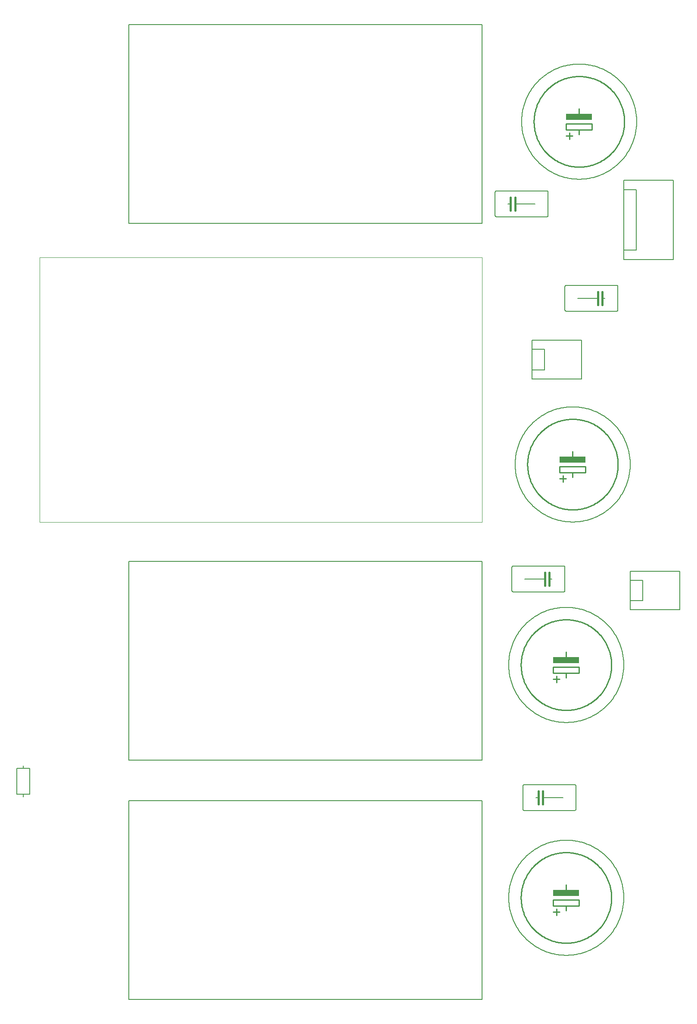
<source format=gto>
G75*
%MOIN*%
%OFA0B0*%
%FSLAX25Y25*%
%IPPOS*%
%LPD*%
%AMOC8*
5,1,8,0,0,1.08239X$1,22.5*
%
%ADD10C,0.01000*%
%ADD11C,0.00600*%
%ADD12R,0.20000X0.05000*%
%ADD13C,0.00500*%
%ADD14C,0.00000*%
%ADD15C,0.01600*%
%ADD16C,0.00800*%
D10*
X0448371Y0092800D02*
X0453371Y0092800D01*
X0450871Y0095300D02*
X0450871Y0090300D01*
X0448371Y0097600D02*
X0448371Y0102100D01*
X0468371Y0102100D01*
X0468371Y0097600D01*
X0458371Y0097600D01*
X0448371Y0097600D01*
X0458371Y0097600D02*
X0458371Y0093800D01*
X0423371Y0103800D02*
X0423382Y0104659D01*
X0423413Y0105517D01*
X0423466Y0106375D01*
X0423540Y0107231D01*
X0423634Y0108084D01*
X0423750Y0108936D01*
X0423886Y0109784D01*
X0424044Y0110628D01*
X0424221Y0111469D01*
X0424420Y0112304D01*
X0424639Y0113135D01*
X0424878Y0113960D01*
X0425138Y0114779D01*
X0425417Y0115591D01*
X0425716Y0116396D01*
X0426035Y0117194D01*
X0426374Y0117983D01*
X0426731Y0118764D01*
X0427108Y0119536D01*
X0427504Y0120299D01*
X0427918Y0121051D01*
X0428350Y0121794D01*
X0428801Y0122525D01*
X0429270Y0123245D01*
X0429756Y0123953D01*
X0430259Y0124649D01*
X0430779Y0125333D01*
X0431316Y0126004D01*
X0431869Y0126661D01*
X0432438Y0127305D01*
X0433022Y0127934D01*
X0433622Y0128549D01*
X0434237Y0129149D01*
X0434866Y0129733D01*
X0435510Y0130302D01*
X0436167Y0130855D01*
X0436838Y0131392D01*
X0437522Y0131912D01*
X0438218Y0132415D01*
X0438926Y0132901D01*
X0439646Y0133370D01*
X0440377Y0133821D01*
X0441120Y0134253D01*
X0441872Y0134667D01*
X0442635Y0135063D01*
X0443407Y0135440D01*
X0444188Y0135797D01*
X0444977Y0136136D01*
X0445775Y0136455D01*
X0446580Y0136754D01*
X0447392Y0137033D01*
X0448211Y0137293D01*
X0449036Y0137532D01*
X0449867Y0137751D01*
X0450702Y0137950D01*
X0451543Y0138127D01*
X0452387Y0138285D01*
X0453235Y0138421D01*
X0454087Y0138537D01*
X0454940Y0138631D01*
X0455796Y0138705D01*
X0456654Y0138758D01*
X0457512Y0138789D01*
X0458371Y0138800D01*
X0459230Y0138789D01*
X0460088Y0138758D01*
X0460946Y0138705D01*
X0461802Y0138631D01*
X0462655Y0138537D01*
X0463507Y0138421D01*
X0464355Y0138285D01*
X0465199Y0138127D01*
X0466040Y0137950D01*
X0466875Y0137751D01*
X0467706Y0137532D01*
X0468531Y0137293D01*
X0469350Y0137033D01*
X0470162Y0136754D01*
X0470967Y0136455D01*
X0471765Y0136136D01*
X0472554Y0135797D01*
X0473335Y0135440D01*
X0474107Y0135063D01*
X0474870Y0134667D01*
X0475622Y0134253D01*
X0476365Y0133821D01*
X0477096Y0133370D01*
X0477816Y0132901D01*
X0478524Y0132415D01*
X0479220Y0131912D01*
X0479904Y0131392D01*
X0480575Y0130855D01*
X0481232Y0130302D01*
X0481876Y0129733D01*
X0482505Y0129149D01*
X0483120Y0128549D01*
X0483720Y0127934D01*
X0484304Y0127305D01*
X0484873Y0126661D01*
X0485426Y0126004D01*
X0485963Y0125333D01*
X0486483Y0124649D01*
X0486986Y0123953D01*
X0487472Y0123245D01*
X0487941Y0122525D01*
X0488392Y0121794D01*
X0488824Y0121051D01*
X0489238Y0120299D01*
X0489634Y0119536D01*
X0490011Y0118764D01*
X0490368Y0117983D01*
X0490707Y0117194D01*
X0491026Y0116396D01*
X0491325Y0115591D01*
X0491604Y0114779D01*
X0491864Y0113960D01*
X0492103Y0113135D01*
X0492322Y0112304D01*
X0492521Y0111469D01*
X0492698Y0110628D01*
X0492856Y0109784D01*
X0492992Y0108936D01*
X0493108Y0108084D01*
X0493202Y0107231D01*
X0493276Y0106375D01*
X0493329Y0105517D01*
X0493360Y0104659D01*
X0493371Y0103800D01*
X0493360Y0102941D01*
X0493329Y0102083D01*
X0493276Y0101225D01*
X0493202Y0100369D01*
X0493108Y0099516D01*
X0492992Y0098664D01*
X0492856Y0097816D01*
X0492698Y0096972D01*
X0492521Y0096131D01*
X0492322Y0095296D01*
X0492103Y0094465D01*
X0491864Y0093640D01*
X0491604Y0092821D01*
X0491325Y0092009D01*
X0491026Y0091204D01*
X0490707Y0090406D01*
X0490368Y0089617D01*
X0490011Y0088836D01*
X0489634Y0088064D01*
X0489238Y0087301D01*
X0488824Y0086549D01*
X0488392Y0085806D01*
X0487941Y0085075D01*
X0487472Y0084355D01*
X0486986Y0083647D01*
X0486483Y0082951D01*
X0485963Y0082267D01*
X0485426Y0081596D01*
X0484873Y0080939D01*
X0484304Y0080295D01*
X0483720Y0079666D01*
X0483120Y0079051D01*
X0482505Y0078451D01*
X0481876Y0077867D01*
X0481232Y0077298D01*
X0480575Y0076745D01*
X0479904Y0076208D01*
X0479220Y0075688D01*
X0478524Y0075185D01*
X0477816Y0074699D01*
X0477096Y0074230D01*
X0476365Y0073779D01*
X0475622Y0073347D01*
X0474870Y0072933D01*
X0474107Y0072537D01*
X0473335Y0072160D01*
X0472554Y0071803D01*
X0471765Y0071464D01*
X0470967Y0071145D01*
X0470162Y0070846D01*
X0469350Y0070567D01*
X0468531Y0070307D01*
X0467706Y0070068D01*
X0466875Y0069849D01*
X0466040Y0069650D01*
X0465199Y0069473D01*
X0464355Y0069315D01*
X0463507Y0069179D01*
X0462655Y0069063D01*
X0461802Y0068969D01*
X0460946Y0068895D01*
X0460088Y0068842D01*
X0459230Y0068811D01*
X0458371Y0068800D01*
X0457512Y0068811D01*
X0456654Y0068842D01*
X0455796Y0068895D01*
X0454940Y0068969D01*
X0454087Y0069063D01*
X0453235Y0069179D01*
X0452387Y0069315D01*
X0451543Y0069473D01*
X0450702Y0069650D01*
X0449867Y0069849D01*
X0449036Y0070068D01*
X0448211Y0070307D01*
X0447392Y0070567D01*
X0446580Y0070846D01*
X0445775Y0071145D01*
X0444977Y0071464D01*
X0444188Y0071803D01*
X0443407Y0072160D01*
X0442635Y0072537D01*
X0441872Y0072933D01*
X0441120Y0073347D01*
X0440377Y0073779D01*
X0439646Y0074230D01*
X0438926Y0074699D01*
X0438218Y0075185D01*
X0437522Y0075688D01*
X0436838Y0076208D01*
X0436167Y0076745D01*
X0435510Y0077298D01*
X0434866Y0077867D01*
X0434237Y0078451D01*
X0433622Y0079051D01*
X0433022Y0079666D01*
X0432438Y0080295D01*
X0431869Y0080939D01*
X0431316Y0081596D01*
X0430779Y0082267D01*
X0430259Y0082951D01*
X0429756Y0083647D01*
X0429270Y0084355D01*
X0428801Y0085075D01*
X0428350Y0085806D01*
X0427918Y0086549D01*
X0427504Y0087301D01*
X0427108Y0088064D01*
X0426731Y0088836D01*
X0426374Y0089617D01*
X0426035Y0090406D01*
X0425716Y0091204D01*
X0425417Y0092009D01*
X0425138Y0092821D01*
X0424878Y0093640D01*
X0424639Y0094465D01*
X0424420Y0095296D01*
X0424221Y0096131D01*
X0424044Y0096972D01*
X0423886Y0097816D01*
X0423750Y0098664D01*
X0423634Y0099516D01*
X0423540Y0100369D01*
X0423466Y0101225D01*
X0423413Y0102083D01*
X0423382Y0102941D01*
X0423371Y0103800D01*
X0458371Y0106300D02*
X0458371Y0113800D01*
X0450871Y0270300D02*
X0450871Y0275300D01*
X0448371Y0277600D02*
X0448371Y0282100D01*
X0468371Y0282100D01*
X0468371Y0277600D01*
X0458371Y0277600D01*
X0448371Y0277600D01*
X0448371Y0272800D02*
X0453371Y0272800D01*
X0458371Y0273800D02*
X0458371Y0277600D01*
X0423371Y0283800D02*
X0423382Y0284659D01*
X0423413Y0285517D01*
X0423466Y0286375D01*
X0423540Y0287231D01*
X0423634Y0288084D01*
X0423750Y0288936D01*
X0423886Y0289784D01*
X0424044Y0290628D01*
X0424221Y0291469D01*
X0424420Y0292304D01*
X0424639Y0293135D01*
X0424878Y0293960D01*
X0425138Y0294779D01*
X0425417Y0295591D01*
X0425716Y0296396D01*
X0426035Y0297194D01*
X0426374Y0297983D01*
X0426731Y0298764D01*
X0427108Y0299536D01*
X0427504Y0300299D01*
X0427918Y0301051D01*
X0428350Y0301794D01*
X0428801Y0302525D01*
X0429270Y0303245D01*
X0429756Y0303953D01*
X0430259Y0304649D01*
X0430779Y0305333D01*
X0431316Y0306004D01*
X0431869Y0306661D01*
X0432438Y0307305D01*
X0433022Y0307934D01*
X0433622Y0308549D01*
X0434237Y0309149D01*
X0434866Y0309733D01*
X0435510Y0310302D01*
X0436167Y0310855D01*
X0436838Y0311392D01*
X0437522Y0311912D01*
X0438218Y0312415D01*
X0438926Y0312901D01*
X0439646Y0313370D01*
X0440377Y0313821D01*
X0441120Y0314253D01*
X0441872Y0314667D01*
X0442635Y0315063D01*
X0443407Y0315440D01*
X0444188Y0315797D01*
X0444977Y0316136D01*
X0445775Y0316455D01*
X0446580Y0316754D01*
X0447392Y0317033D01*
X0448211Y0317293D01*
X0449036Y0317532D01*
X0449867Y0317751D01*
X0450702Y0317950D01*
X0451543Y0318127D01*
X0452387Y0318285D01*
X0453235Y0318421D01*
X0454087Y0318537D01*
X0454940Y0318631D01*
X0455796Y0318705D01*
X0456654Y0318758D01*
X0457512Y0318789D01*
X0458371Y0318800D01*
X0459230Y0318789D01*
X0460088Y0318758D01*
X0460946Y0318705D01*
X0461802Y0318631D01*
X0462655Y0318537D01*
X0463507Y0318421D01*
X0464355Y0318285D01*
X0465199Y0318127D01*
X0466040Y0317950D01*
X0466875Y0317751D01*
X0467706Y0317532D01*
X0468531Y0317293D01*
X0469350Y0317033D01*
X0470162Y0316754D01*
X0470967Y0316455D01*
X0471765Y0316136D01*
X0472554Y0315797D01*
X0473335Y0315440D01*
X0474107Y0315063D01*
X0474870Y0314667D01*
X0475622Y0314253D01*
X0476365Y0313821D01*
X0477096Y0313370D01*
X0477816Y0312901D01*
X0478524Y0312415D01*
X0479220Y0311912D01*
X0479904Y0311392D01*
X0480575Y0310855D01*
X0481232Y0310302D01*
X0481876Y0309733D01*
X0482505Y0309149D01*
X0483120Y0308549D01*
X0483720Y0307934D01*
X0484304Y0307305D01*
X0484873Y0306661D01*
X0485426Y0306004D01*
X0485963Y0305333D01*
X0486483Y0304649D01*
X0486986Y0303953D01*
X0487472Y0303245D01*
X0487941Y0302525D01*
X0488392Y0301794D01*
X0488824Y0301051D01*
X0489238Y0300299D01*
X0489634Y0299536D01*
X0490011Y0298764D01*
X0490368Y0297983D01*
X0490707Y0297194D01*
X0491026Y0296396D01*
X0491325Y0295591D01*
X0491604Y0294779D01*
X0491864Y0293960D01*
X0492103Y0293135D01*
X0492322Y0292304D01*
X0492521Y0291469D01*
X0492698Y0290628D01*
X0492856Y0289784D01*
X0492992Y0288936D01*
X0493108Y0288084D01*
X0493202Y0287231D01*
X0493276Y0286375D01*
X0493329Y0285517D01*
X0493360Y0284659D01*
X0493371Y0283800D01*
X0493360Y0282941D01*
X0493329Y0282083D01*
X0493276Y0281225D01*
X0493202Y0280369D01*
X0493108Y0279516D01*
X0492992Y0278664D01*
X0492856Y0277816D01*
X0492698Y0276972D01*
X0492521Y0276131D01*
X0492322Y0275296D01*
X0492103Y0274465D01*
X0491864Y0273640D01*
X0491604Y0272821D01*
X0491325Y0272009D01*
X0491026Y0271204D01*
X0490707Y0270406D01*
X0490368Y0269617D01*
X0490011Y0268836D01*
X0489634Y0268064D01*
X0489238Y0267301D01*
X0488824Y0266549D01*
X0488392Y0265806D01*
X0487941Y0265075D01*
X0487472Y0264355D01*
X0486986Y0263647D01*
X0486483Y0262951D01*
X0485963Y0262267D01*
X0485426Y0261596D01*
X0484873Y0260939D01*
X0484304Y0260295D01*
X0483720Y0259666D01*
X0483120Y0259051D01*
X0482505Y0258451D01*
X0481876Y0257867D01*
X0481232Y0257298D01*
X0480575Y0256745D01*
X0479904Y0256208D01*
X0479220Y0255688D01*
X0478524Y0255185D01*
X0477816Y0254699D01*
X0477096Y0254230D01*
X0476365Y0253779D01*
X0475622Y0253347D01*
X0474870Y0252933D01*
X0474107Y0252537D01*
X0473335Y0252160D01*
X0472554Y0251803D01*
X0471765Y0251464D01*
X0470967Y0251145D01*
X0470162Y0250846D01*
X0469350Y0250567D01*
X0468531Y0250307D01*
X0467706Y0250068D01*
X0466875Y0249849D01*
X0466040Y0249650D01*
X0465199Y0249473D01*
X0464355Y0249315D01*
X0463507Y0249179D01*
X0462655Y0249063D01*
X0461802Y0248969D01*
X0460946Y0248895D01*
X0460088Y0248842D01*
X0459230Y0248811D01*
X0458371Y0248800D01*
X0457512Y0248811D01*
X0456654Y0248842D01*
X0455796Y0248895D01*
X0454940Y0248969D01*
X0454087Y0249063D01*
X0453235Y0249179D01*
X0452387Y0249315D01*
X0451543Y0249473D01*
X0450702Y0249650D01*
X0449867Y0249849D01*
X0449036Y0250068D01*
X0448211Y0250307D01*
X0447392Y0250567D01*
X0446580Y0250846D01*
X0445775Y0251145D01*
X0444977Y0251464D01*
X0444188Y0251803D01*
X0443407Y0252160D01*
X0442635Y0252537D01*
X0441872Y0252933D01*
X0441120Y0253347D01*
X0440377Y0253779D01*
X0439646Y0254230D01*
X0438926Y0254699D01*
X0438218Y0255185D01*
X0437522Y0255688D01*
X0436838Y0256208D01*
X0436167Y0256745D01*
X0435510Y0257298D01*
X0434866Y0257867D01*
X0434237Y0258451D01*
X0433622Y0259051D01*
X0433022Y0259666D01*
X0432438Y0260295D01*
X0431869Y0260939D01*
X0431316Y0261596D01*
X0430779Y0262267D01*
X0430259Y0262951D01*
X0429756Y0263647D01*
X0429270Y0264355D01*
X0428801Y0265075D01*
X0428350Y0265806D01*
X0427918Y0266549D01*
X0427504Y0267301D01*
X0427108Y0268064D01*
X0426731Y0268836D01*
X0426374Y0269617D01*
X0426035Y0270406D01*
X0425716Y0271204D01*
X0425417Y0272009D01*
X0425138Y0272821D01*
X0424878Y0273640D01*
X0424639Y0274465D01*
X0424420Y0275296D01*
X0424221Y0276131D01*
X0424044Y0276972D01*
X0423886Y0277816D01*
X0423750Y0278664D01*
X0423634Y0279516D01*
X0423540Y0280369D01*
X0423466Y0281225D01*
X0423413Y0282083D01*
X0423382Y0282941D01*
X0423371Y0283800D01*
X0458371Y0286300D02*
X0458371Y0293800D01*
X0455871Y0425300D02*
X0455871Y0430300D01*
X0453371Y0432600D02*
X0453371Y0437100D01*
X0473371Y0437100D01*
X0473371Y0432600D01*
X0463371Y0432600D01*
X0453371Y0432600D01*
X0453371Y0427800D02*
X0458371Y0427800D01*
X0463371Y0428800D02*
X0463371Y0432600D01*
X0428371Y0438800D02*
X0428382Y0439659D01*
X0428413Y0440517D01*
X0428466Y0441375D01*
X0428540Y0442231D01*
X0428634Y0443084D01*
X0428750Y0443936D01*
X0428886Y0444784D01*
X0429044Y0445628D01*
X0429221Y0446469D01*
X0429420Y0447304D01*
X0429639Y0448135D01*
X0429878Y0448960D01*
X0430138Y0449779D01*
X0430417Y0450591D01*
X0430716Y0451396D01*
X0431035Y0452194D01*
X0431374Y0452983D01*
X0431731Y0453764D01*
X0432108Y0454536D01*
X0432504Y0455299D01*
X0432918Y0456051D01*
X0433350Y0456794D01*
X0433801Y0457525D01*
X0434270Y0458245D01*
X0434756Y0458953D01*
X0435259Y0459649D01*
X0435779Y0460333D01*
X0436316Y0461004D01*
X0436869Y0461661D01*
X0437438Y0462305D01*
X0438022Y0462934D01*
X0438622Y0463549D01*
X0439237Y0464149D01*
X0439866Y0464733D01*
X0440510Y0465302D01*
X0441167Y0465855D01*
X0441838Y0466392D01*
X0442522Y0466912D01*
X0443218Y0467415D01*
X0443926Y0467901D01*
X0444646Y0468370D01*
X0445377Y0468821D01*
X0446120Y0469253D01*
X0446872Y0469667D01*
X0447635Y0470063D01*
X0448407Y0470440D01*
X0449188Y0470797D01*
X0449977Y0471136D01*
X0450775Y0471455D01*
X0451580Y0471754D01*
X0452392Y0472033D01*
X0453211Y0472293D01*
X0454036Y0472532D01*
X0454867Y0472751D01*
X0455702Y0472950D01*
X0456543Y0473127D01*
X0457387Y0473285D01*
X0458235Y0473421D01*
X0459087Y0473537D01*
X0459940Y0473631D01*
X0460796Y0473705D01*
X0461654Y0473758D01*
X0462512Y0473789D01*
X0463371Y0473800D01*
X0464230Y0473789D01*
X0465088Y0473758D01*
X0465946Y0473705D01*
X0466802Y0473631D01*
X0467655Y0473537D01*
X0468507Y0473421D01*
X0469355Y0473285D01*
X0470199Y0473127D01*
X0471040Y0472950D01*
X0471875Y0472751D01*
X0472706Y0472532D01*
X0473531Y0472293D01*
X0474350Y0472033D01*
X0475162Y0471754D01*
X0475967Y0471455D01*
X0476765Y0471136D01*
X0477554Y0470797D01*
X0478335Y0470440D01*
X0479107Y0470063D01*
X0479870Y0469667D01*
X0480622Y0469253D01*
X0481365Y0468821D01*
X0482096Y0468370D01*
X0482816Y0467901D01*
X0483524Y0467415D01*
X0484220Y0466912D01*
X0484904Y0466392D01*
X0485575Y0465855D01*
X0486232Y0465302D01*
X0486876Y0464733D01*
X0487505Y0464149D01*
X0488120Y0463549D01*
X0488720Y0462934D01*
X0489304Y0462305D01*
X0489873Y0461661D01*
X0490426Y0461004D01*
X0490963Y0460333D01*
X0491483Y0459649D01*
X0491986Y0458953D01*
X0492472Y0458245D01*
X0492941Y0457525D01*
X0493392Y0456794D01*
X0493824Y0456051D01*
X0494238Y0455299D01*
X0494634Y0454536D01*
X0495011Y0453764D01*
X0495368Y0452983D01*
X0495707Y0452194D01*
X0496026Y0451396D01*
X0496325Y0450591D01*
X0496604Y0449779D01*
X0496864Y0448960D01*
X0497103Y0448135D01*
X0497322Y0447304D01*
X0497521Y0446469D01*
X0497698Y0445628D01*
X0497856Y0444784D01*
X0497992Y0443936D01*
X0498108Y0443084D01*
X0498202Y0442231D01*
X0498276Y0441375D01*
X0498329Y0440517D01*
X0498360Y0439659D01*
X0498371Y0438800D01*
X0498360Y0437941D01*
X0498329Y0437083D01*
X0498276Y0436225D01*
X0498202Y0435369D01*
X0498108Y0434516D01*
X0497992Y0433664D01*
X0497856Y0432816D01*
X0497698Y0431972D01*
X0497521Y0431131D01*
X0497322Y0430296D01*
X0497103Y0429465D01*
X0496864Y0428640D01*
X0496604Y0427821D01*
X0496325Y0427009D01*
X0496026Y0426204D01*
X0495707Y0425406D01*
X0495368Y0424617D01*
X0495011Y0423836D01*
X0494634Y0423064D01*
X0494238Y0422301D01*
X0493824Y0421549D01*
X0493392Y0420806D01*
X0492941Y0420075D01*
X0492472Y0419355D01*
X0491986Y0418647D01*
X0491483Y0417951D01*
X0490963Y0417267D01*
X0490426Y0416596D01*
X0489873Y0415939D01*
X0489304Y0415295D01*
X0488720Y0414666D01*
X0488120Y0414051D01*
X0487505Y0413451D01*
X0486876Y0412867D01*
X0486232Y0412298D01*
X0485575Y0411745D01*
X0484904Y0411208D01*
X0484220Y0410688D01*
X0483524Y0410185D01*
X0482816Y0409699D01*
X0482096Y0409230D01*
X0481365Y0408779D01*
X0480622Y0408347D01*
X0479870Y0407933D01*
X0479107Y0407537D01*
X0478335Y0407160D01*
X0477554Y0406803D01*
X0476765Y0406464D01*
X0475967Y0406145D01*
X0475162Y0405846D01*
X0474350Y0405567D01*
X0473531Y0405307D01*
X0472706Y0405068D01*
X0471875Y0404849D01*
X0471040Y0404650D01*
X0470199Y0404473D01*
X0469355Y0404315D01*
X0468507Y0404179D01*
X0467655Y0404063D01*
X0466802Y0403969D01*
X0465946Y0403895D01*
X0465088Y0403842D01*
X0464230Y0403811D01*
X0463371Y0403800D01*
X0462512Y0403811D01*
X0461654Y0403842D01*
X0460796Y0403895D01*
X0459940Y0403969D01*
X0459087Y0404063D01*
X0458235Y0404179D01*
X0457387Y0404315D01*
X0456543Y0404473D01*
X0455702Y0404650D01*
X0454867Y0404849D01*
X0454036Y0405068D01*
X0453211Y0405307D01*
X0452392Y0405567D01*
X0451580Y0405846D01*
X0450775Y0406145D01*
X0449977Y0406464D01*
X0449188Y0406803D01*
X0448407Y0407160D01*
X0447635Y0407537D01*
X0446872Y0407933D01*
X0446120Y0408347D01*
X0445377Y0408779D01*
X0444646Y0409230D01*
X0443926Y0409699D01*
X0443218Y0410185D01*
X0442522Y0410688D01*
X0441838Y0411208D01*
X0441167Y0411745D01*
X0440510Y0412298D01*
X0439866Y0412867D01*
X0439237Y0413451D01*
X0438622Y0414051D01*
X0438022Y0414666D01*
X0437438Y0415295D01*
X0436869Y0415939D01*
X0436316Y0416596D01*
X0435779Y0417267D01*
X0435259Y0417951D01*
X0434756Y0418647D01*
X0434270Y0419355D01*
X0433801Y0420075D01*
X0433350Y0420806D01*
X0432918Y0421549D01*
X0432504Y0422301D01*
X0432108Y0423064D01*
X0431731Y0423836D01*
X0431374Y0424617D01*
X0431035Y0425406D01*
X0430716Y0426204D01*
X0430417Y0427009D01*
X0430138Y0427821D01*
X0429878Y0428640D01*
X0429639Y0429465D01*
X0429420Y0430296D01*
X0429221Y0431131D01*
X0429044Y0431972D01*
X0428886Y0432816D01*
X0428750Y0433664D01*
X0428634Y0434516D01*
X0428540Y0435369D01*
X0428466Y0436225D01*
X0428413Y0437083D01*
X0428382Y0437941D01*
X0428371Y0438800D01*
X0463371Y0441300D02*
X0463371Y0448800D01*
X0460871Y0690300D02*
X0460871Y0695300D01*
X0458371Y0697600D02*
X0458371Y0702100D01*
X0478371Y0702100D01*
X0478371Y0697600D01*
X0468371Y0697600D01*
X0458371Y0697600D01*
X0458371Y0692800D02*
X0463371Y0692800D01*
X0468371Y0693800D02*
X0468371Y0697600D01*
X0433371Y0703800D02*
X0433382Y0704659D01*
X0433413Y0705517D01*
X0433466Y0706375D01*
X0433540Y0707231D01*
X0433634Y0708084D01*
X0433750Y0708936D01*
X0433886Y0709784D01*
X0434044Y0710628D01*
X0434221Y0711469D01*
X0434420Y0712304D01*
X0434639Y0713135D01*
X0434878Y0713960D01*
X0435138Y0714779D01*
X0435417Y0715591D01*
X0435716Y0716396D01*
X0436035Y0717194D01*
X0436374Y0717983D01*
X0436731Y0718764D01*
X0437108Y0719536D01*
X0437504Y0720299D01*
X0437918Y0721051D01*
X0438350Y0721794D01*
X0438801Y0722525D01*
X0439270Y0723245D01*
X0439756Y0723953D01*
X0440259Y0724649D01*
X0440779Y0725333D01*
X0441316Y0726004D01*
X0441869Y0726661D01*
X0442438Y0727305D01*
X0443022Y0727934D01*
X0443622Y0728549D01*
X0444237Y0729149D01*
X0444866Y0729733D01*
X0445510Y0730302D01*
X0446167Y0730855D01*
X0446838Y0731392D01*
X0447522Y0731912D01*
X0448218Y0732415D01*
X0448926Y0732901D01*
X0449646Y0733370D01*
X0450377Y0733821D01*
X0451120Y0734253D01*
X0451872Y0734667D01*
X0452635Y0735063D01*
X0453407Y0735440D01*
X0454188Y0735797D01*
X0454977Y0736136D01*
X0455775Y0736455D01*
X0456580Y0736754D01*
X0457392Y0737033D01*
X0458211Y0737293D01*
X0459036Y0737532D01*
X0459867Y0737751D01*
X0460702Y0737950D01*
X0461543Y0738127D01*
X0462387Y0738285D01*
X0463235Y0738421D01*
X0464087Y0738537D01*
X0464940Y0738631D01*
X0465796Y0738705D01*
X0466654Y0738758D01*
X0467512Y0738789D01*
X0468371Y0738800D01*
X0469230Y0738789D01*
X0470088Y0738758D01*
X0470946Y0738705D01*
X0471802Y0738631D01*
X0472655Y0738537D01*
X0473507Y0738421D01*
X0474355Y0738285D01*
X0475199Y0738127D01*
X0476040Y0737950D01*
X0476875Y0737751D01*
X0477706Y0737532D01*
X0478531Y0737293D01*
X0479350Y0737033D01*
X0480162Y0736754D01*
X0480967Y0736455D01*
X0481765Y0736136D01*
X0482554Y0735797D01*
X0483335Y0735440D01*
X0484107Y0735063D01*
X0484870Y0734667D01*
X0485622Y0734253D01*
X0486365Y0733821D01*
X0487096Y0733370D01*
X0487816Y0732901D01*
X0488524Y0732415D01*
X0489220Y0731912D01*
X0489904Y0731392D01*
X0490575Y0730855D01*
X0491232Y0730302D01*
X0491876Y0729733D01*
X0492505Y0729149D01*
X0493120Y0728549D01*
X0493720Y0727934D01*
X0494304Y0727305D01*
X0494873Y0726661D01*
X0495426Y0726004D01*
X0495963Y0725333D01*
X0496483Y0724649D01*
X0496986Y0723953D01*
X0497472Y0723245D01*
X0497941Y0722525D01*
X0498392Y0721794D01*
X0498824Y0721051D01*
X0499238Y0720299D01*
X0499634Y0719536D01*
X0500011Y0718764D01*
X0500368Y0717983D01*
X0500707Y0717194D01*
X0501026Y0716396D01*
X0501325Y0715591D01*
X0501604Y0714779D01*
X0501864Y0713960D01*
X0502103Y0713135D01*
X0502322Y0712304D01*
X0502521Y0711469D01*
X0502698Y0710628D01*
X0502856Y0709784D01*
X0502992Y0708936D01*
X0503108Y0708084D01*
X0503202Y0707231D01*
X0503276Y0706375D01*
X0503329Y0705517D01*
X0503360Y0704659D01*
X0503371Y0703800D01*
X0503360Y0702941D01*
X0503329Y0702083D01*
X0503276Y0701225D01*
X0503202Y0700369D01*
X0503108Y0699516D01*
X0502992Y0698664D01*
X0502856Y0697816D01*
X0502698Y0696972D01*
X0502521Y0696131D01*
X0502322Y0695296D01*
X0502103Y0694465D01*
X0501864Y0693640D01*
X0501604Y0692821D01*
X0501325Y0692009D01*
X0501026Y0691204D01*
X0500707Y0690406D01*
X0500368Y0689617D01*
X0500011Y0688836D01*
X0499634Y0688064D01*
X0499238Y0687301D01*
X0498824Y0686549D01*
X0498392Y0685806D01*
X0497941Y0685075D01*
X0497472Y0684355D01*
X0496986Y0683647D01*
X0496483Y0682951D01*
X0495963Y0682267D01*
X0495426Y0681596D01*
X0494873Y0680939D01*
X0494304Y0680295D01*
X0493720Y0679666D01*
X0493120Y0679051D01*
X0492505Y0678451D01*
X0491876Y0677867D01*
X0491232Y0677298D01*
X0490575Y0676745D01*
X0489904Y0676208D01*
X0489220Y0675688D01*
X0488524Y0675185D01*
X0487816Y0674699D01*
X0487096Y0674230D01*
X0486365Y0673779D01*
X0485622Y0673347D01*
X0484870Y0672933D01*
X0484107Y0672537D01*
X0483335Y0672160D01*
X0482554Y0671803D01*
X0481765Y0671464D01*
X0480967Y0671145D01*
X0480162Y0670846D01*
X0479350Y0670567D01*
X0478531Y0670307D01*
X0477706Y0670068D01*
X0476875Y0669849D01*
X0476040Y0669650D01*
X0475199Y0669473D01*
X0474355Y0669315D01*
X0473507Y0669179D01*
X0472655Y0669063D01*
X0471802Y0668969D01*
X0470946Y0668895D01*
X0470088Y0668842D01*
X0469230Y0668811D01*
X0468371Y0668800D01*
X0467512Y0668811D01*
X0466654Y0668842D01*
X0465796Y0668895D01*
X0464940Y0668969D01*
X0464087Y0669063D01*
X0463235Y0669179D01*
X0462387Y0669315D01*
X0461543Y0669473D01*
X0460702Y0669650D01*
X0459867Y0669849D01*
X0459036Y0670068D01*
X0458211Y0670307D01*
X0457392Y0670567D01*
X0456580Y0670846D01*
X0455775Y0671145D01*
X0454977Y0671464D01*
X0454188Y0671803D01*
X0453407Y0672160D01*
X0452635Y0672537D01*
X0451872Y0672933D01*
X0451120Y0673347D01*
X0450377Y0673779D01*
X0449646Y0674230D01*
X0448926Y0674699D01*
X0448218Y0675185D01*
X0447522Y0675688D01*
X0446838Y0676208D01*
X0446167Y0676745D01*
X0445510Y0677298D01*
X0444866Y0677867D01*
X0444237Y0678451D01*
X0443622Y0679051D01*
X0443022Y0679666D01*
X0442438Y0680295D01*
X0441869Y0680939D01*
X0441316Y0681596D01*
X0440779Y0682267D01*
X0440259Y0682951D01*
X0439756Y0683647D01*
X0439270Y0684355D01*
X0438801Y0685075D01*
X0438350Y0685806D01*
X0437918Y0686549D01*
X0437504Y0687301D01*
X0437108Y0688064D01*
X0436731Y0688836D01*
X0436374Y0689617D01*
X0436035Y0690406D01*
X0435716Y0691204D01*
X0435417Y0692009D01*
X0435138Y0692821D01*
X0434878Y0693640D01*
X0434639Y0694465D01*
X0434420Y0695296D01*
X0434221Y0696131D01*
X0434044Y0696972D01*
X0433886Y0697816D01*
X0433750Y0698664D01*
X0433634Y0699516D01*
X0433540Y0700369D01*
X0433466Y0701225D01*
X0433413Y0702083D01*
X0433382Y0702941D01*
X0433371Y0703800D01*
X0468371Y0706300D02*
X0468371Y0713800D01*
D11*
X0423871Y0703800D02*
X0423884Y0704892D01*
X0423925Y0705984D01*
X0423992Y0707074D01*
X0424085Y0708162D01*
X0424206Y0709247D01*
X0424353Y0710330D01*
X0424526Y0711408D01*
X0424726Y0712482D01*
X0424952Y0713550D01*
X0425205Y0714613D01*
X0425483Y0715669D01*
X0425787Y0716718D01*
X0426117Y0717759D01*
X0426472Y0718792D01*
X0426853Y0719815D01*
X0427258Y0720829D01*
X0427689Y0721833D01*
X0428143Y0722826D01*
X0428623Y0723808D01*
X0429126Y0724777D01*
X0429652Y0725734D01*
X0430202Y0726678D01*
X0430775Y0727607D01*
X0431371Y0728523D01*
X0431988Y0729423D01*
X0432628Y0730309D01*
X0433290Y0731178D01*
X0433972Y0732031D01*
X0434675Y0732866D01*
X0435399Y0733684D01*
X0436142Y0734485D01*
X0436905Y0735266D01*
X0437686Y0736029D01*
X0438487Y0736772D01*
X0439305Y0737496D01*
X0440140Y0738199D01*
X0440993Y0738881D01*
X0441862Y0739543D01*
X0442748Y0740183D01*
X0443648Y0740800D01*
X0444564Y0741396D01*
X0445493Y0741969D01*
X0446437Y0742519D01*
X0447394Y0743045D01*
X0448363Y0743548D01*
X0449345Y0744028D01*
X0450338Y0744482D01*
X0451342Y0744913D01*
X0452356Y0745318D01*
X0453379Y0745699D01*
X0454412Y0746054D01*
X0455453Y0746384D01*
X0456502Y0746688D01*
X0457558Y0746966D01*
X0458621Y0747219D01*
X0459689Y0747445D01*
X0460763Y0747645D01*
X0461841Y0747818D01*
X0462924Y0747965D01*
X0464009Y0748086D01*
X0465097Y0748179D01*
X0466187Y0748246D01*
X0467279Y0748287D01*
X0468371Y0748300D01*
X0469463Y0748287D01*
X0470555Y0748246D01*
X0471645Y0748179D01*
X0472733Y0748086D01*
X0473818Y0747965D01*
X0474901Y0747818D01*
X0475979Y0747645D01*
X0477053Y0747445D01*
X0478121Y0747219D01*
X0479184Y0746966D01*
X0480240Y0746688D01*
X0481289Y0746384D01*
X0482330Y0746054D01*
X0483363Y0745699D01*
X0484386Y0745318D01*
X0485400Y0744913D01*
X0486404Y0744482D01*
X0487397Y0744028D01*
X0488379Y0743548D01*
X0489348Y0743045D01*
X0490305Y0742519D01*
X0491249Y0741969D01*
X0492178Y0741396D01*
X0493094Y0740800D01*
X0493994Y0740183D01*
X0494880Y0739543D01*
X0495749Y0738881D01*
X0496602Y0738199D01*
X0497437Y0737496D01*
X0498255Y0736772D01*
X0499056Y0736029D01*
X0499837Y0735266D01*
X0500600Y0734485D01*
X0501343Y0733684D01*
X0502067Y0732866D01*
X0502770Y0732031D01*
X0503452Y0731178D01*
X0504114Y0730309D01*
X0504754Y0729423D01*
X0505371Y0728523D01*
X0505967Y0727607D01*
X0506540Y0726678D01*
X0507090Y0725734D01*
X0507616Y0724777D01*
X0508119Y0723808D01*
X0508599Y0722826D01*
X0509053Y0721833D01*
X0509484Y0720829D01*
X0509889Y0719815D01*
X0510270Y0718792D01*
X0510625Y0717759D01*
X0510955Y0716718D01*
X0511259Y0715669D01*
X0511537Y0714613D01*
X0511790Y0713550D01*
X0512016Y0712482D01*
X0512216Y0711408D01*
X0512389Y0710330D01*
X0512536Y0709247D01*
X0512657Y0708162D01*
X0512750Y0707074D01*
X0512817Y0705984D01*
X0512858Y0704892D01*
X0512871Y0703800D01*
X0512858Y0702708D01*
X0512817Y0701616D01*
X0512750Y0700526D01*
X0512657Y0699438D01*
X0512536Y0698353D01*
X0512389Y0697270D01*
X0512216Y0696192D01*
X0512016Y0695118D01*
X0511790Y0694050D01*
X0511537Y0692987D01*
X0511259Y0691931D01*
X0510955Y0690882D01*
X0510625Y0689841D01*
X0510270Y0688808D01*
X0509889Y0687785D01*
X0509484Y0686771D01*
X0509053Y0685767D01*
X0508599Y0684774D01*
X0508119Y0683792D01*
X0507616Y0682823D01*
X0507090Y0681866D01*
X0506540Y0680922D01*
X0505967Y0679993D01*
X0505371Y0679077D01*
X0504754Y0678177D01*
X0504114Y0677291D01*
X0503452Y0676422D01*
X0502770Y0675569D01*
X0502067Y0674734D01*
X0501343Y0673916D01*
X0500600Y0673115D01*
X0499837Y0672334D01*
X0499056Y0671571D01*
X0498255Y0670828D01*
X0497437Y0670104D01*
X0496602Y0669401D01*
X0495749Y0668719D01*
X0494880Y0668057D01*
X0493994Y0667417D01*
X0493094Y0666800D01*
X0492178Y0666204D01*
X0491249Y0665631D01*
X0490305Y0665081D01*
X0489348Y0664555D01*
X0488379Y0664052D01*
X0487397Y0663572D01*
X0486404Y0663118D01*
X0485400Y0662687D01*
X0484386Y0662282D01*
X0483363Y0661901D01*
X0482330Y0661546D01*
X0481289Y0661216D01*
X0480240Y0660912D01*
X0479184Y0660634D01*
X0478121Y0660381D01*
X0477053Y0660155D01*
X0475979Y0659955D01*
X0474901Y0659782D01*
X0473818Y0659635D01*
X0472733Y0659514D01*
X0471645Y0659421D01*
X0470555Y0659354D01*
X0469463Y0659313D01*
X0468371Y0659300D01*
X0467279Y0659313D01*
X0466187Y0659354D01*
X0465097Y0659421D01*
X0464009Y0659514D01*
X0462924Y0659635D01*
X0461841Y0659782D01*
X0460763Y0659955D01*
X0459689Y0660155D01*
X0458621Y0660381D01*
X0457558Y0660634D01*
X0456502Y0660912D01*
X0455453Y0661216D01*
X0454412Y0661546D01*
X0453379Y0661901D01*
X0452356Y0662282D01*
X0451342Y0662687D01*
X0450338Y0663118D01*
X0449345Y0663572D01*
X0448363Y0664052D01*
X0447394Y0664555D01*
X0446437Y0665081D01*
X0445493Y0665631D01*
X0444564Y0666204D01*
X0443648Y0666800D01*
X0442748Y0667417D01*
X0441862Y0668057D01*
X0440993Y0668719D01*
X0440140Y0669401D01*
X0439305Y0670104D01*
X0438487Y0670828D01*
X0437686Y0671571D01*
X0436905Y0672334D01*
X0436142Y0673115D01*
X0435399Y0673916D01*
X0434675Y0674734D01*
X0433972Y0675569D01*
X0433290Y0676422D01*
X0432628Y0677291D01*
X0431988Y0678177D01*
X0431371Y0679077D01*
X0430775Y0679993D01*
X0430202Y0680922D01*
X0429652Y0681866D01*
X0429126Y0682823D01*
X0428623Y0683792D01*
X0428143Y0684774D01*
X0427689Y0685767D01*
X0427258Y0686771D01*
X0426853Y0687785D01*
X0426472Y0688808D01*
X0426117Y0689841D01*
X0425787Y0690882D01*
X0425483Y0691931D01*
X0425205Y0692987D01*
X0424952Y0694050D01*
X0424726Y0695118D01*
X0424526Y0696192D01*
X0424353Y0697270D01*
X0424206Y0698353D01*
X0424085Y0699438D01*
X0423992Y0700526D01*
X0423925Y0701616D01*
X0423884Y0702708D01*
X0423871Y0703800D01*
X0443371Y0650300D02*
X0404371Y0650300D01*
X0404311Y0650298D01*
X0404250Y0650293D01*
X0404191Y0650284D01*
X0404132Y0650271D01*
X0404073Y0650255D01*
X0404016Y0650235D01*
X0403961Y0650212D01*
X0403906Y0650185D01*
X0403854Y0650156D01*
X0403803Y0650123D01*
X0403754Y0650087D01*
X0403708Y0650049D01*
X0403664Y0650007D01*
X0403622Y0649963D01*
X0403584Y0649917D01*
X0403548Y0649868D01*
X0403515Y0649817D01*
X0403486Y0649765D01*
X0403459Y0649710D01*
X0403436Y0649655D01*
X0403416Y0649598D01*
X0403400Y0649539D01*
X0403387Y0649480D01*
X0403378Y0649421D01*
X0403373Y0649360D01*
X0403371Y0649300D01*
X0403371Y0631300D01*
X0403373Y0631240D01*
X0403378Y0631179D01*
X0403387Y0631120D01*
X0403400Y0631061D01*
X0403416Y0631002D01*
X0403436Y0630945D01*
X0403459Y0630890D01*
X0403486Y0630835D01*
X0403515Y0630783D01*
X0403548Y0630732D01*
X0403584Y0630683D01*
X0403622Y0630637D01*
X0403664Y0630593D01*
X0403708Y0630551D01*
X0403754Y0630513D01*
X0403803Y0630477D01*
X0403854Y0630444D01*
X0403906Y0630415D01*
X0403961Y0630388D01*
X0404016Y0630365D01*
X0404073Y0630345D01*
X0404132Y0630329D01*
X0404191Y0630316D01*
X0404250Y0630307D01*
X0404311Y0630302D01*
X0404371Y0630300D01*
X0443371Y0630300D01*
X0443431Y0630302D01*
X0443492Y0630307D01*
X0443551Y0630316D01*
X0443610Y0630329D01*
X0443669Y0630345D01*
X0443726Y0630365D01*
X0443781Y0630388D01*
X0443836Y0630415D01*
X0443888Y0630444D01*
X0443939Y0630477D01*
X0443988Y0630513D01*
X0444034Y0630551D01*
X0444078Y0630593D01*
X0444120Y0630637D01*
X0444158Y0630683D01*
X0444194Y0630732D01*
X0444227Y0630783D01*
X0444256Y0630835D01*
X0444283Y0630890D01*
X0444306Y0630945D01*
X0444326Y0631002D01*
X0444342Y0631061D01*
X0444355Y0631120D01*
X0444364Y0631179D01*
X0444369Y0631240D01*
X0444371Y0631300D01*
X0444371Y0649300D01*
X0444369Y0649360D01*
X0444364Y0649421D01*
X0444355Y0649480D01*
X0444342Y0649539D01*
X0444326Y0649598D01*
X0444306Y0649655D01*
X0444283Y0649710D01*
X0444256Y0649765D01*
X0444227Y0649817D01*
X0444194Y0649868D01*
X0444158Y0649917D01*
X0444120Y0649963D01*
X0444078Y0650007D01*
X0444034Y0650049D01*
X0443988Y0650087D01*
X0443939Y0650123D01*
X0443888Y0650156D01*
X0443836Y0650185D01*
X0443781Y0650212D01*
X0443726Y0650235D01*
X0443669Y0650255D01*
X0443610Y0650271D01*
X0443551Y0650284D01*
X0443492Y0650293D01*
X0443431Y0650298D01*
X0443371Y0650300D01*
X0434371Y0640300D02*
X0418871Y0640300D01*
X0415371Y0640300D02*
X0413371Y0640300D01*
X0458371Y0577300D02*
X0497371Y0577300D01*
X0497431Y0577298D01*
X0497492Y0577293D01*
X0497551Y0577284D01*
X0497610Y0577271D01*
X0497669Y0577255D01*
X0497726Y0577235D01*
X0497781Y0577212D01*
X0497836Y0577185D01*
X0497888Y0577156D01*
X0497939Y0577123D01*
X0497988Y0577087D01*
X0498034Y0577049D01*
X0498078Y0577007D01*
X0498120Y0576963D01*
X0498158Y0576917D01*
X0498194Y0576868D01*
X0498227Y0576817D01*
X0498256Y0576765D01*
X0498283Y0576710D01*
X0498306Y0576655D01*
X0498326Y0576598D01*
X0498342Y0576539D01*
X0498355Y0576480D01*
X0498364Y0576421D01*
X0498369Y0576360D01*
X0498371Y0576300D01*
X0498371Y0558300D01*
X0498369Y0558240D01*
X0498364Y0558179D01*
X0498355Y0558120D01*
X0498342Y0558061D01*
X0498326Y0558002D01*
X0498306Y0557945D01*
X0498283Y0557890D01*
X0498256Y0557835D01*
X0498227Y0557783D01*
X0498194Y0557732D01*
X0498158Y0557683D01*
X0498120Y0557637D01*
X0498078Y0557593D01*
X0498034Y0557551D01*
X0497988Y0557513D01*
X0497939Y0557477D01*
X0497888Y0557444D01*
X0497836Y0557415D01*
X0497781Y0557388D01*
X0497726Y0557365D01*
X0497669Y0557345D01*
X0497610Y0557329D01*
X0497551Y0557316D01*
X0497492Y0557307D01*
X0497431Y0557302D01*
X0497371Y0557300D01*
X0458371Y0557300D01*
X0458311Y0557302D01*
X0458250Y0557307D01*
X0458191Y0557316D01*
X0458132Y0557329D01*
X0458073Y0557345D01*
X0458016Y0557365D01*
X0457961Y0557388D01*
X0457906Y0557415D01*
X0457854Y0557444D01*
X0457803Y0557477D01*
X0457754Y0557513D01*
X0457708Y0557551D01*
X0457664Y0557593D01*
X0457622Y0557637D01*
X0457584Y0557683D01*
X0457548Y0557732D01*
X0457515Y0557783D01*
X0457486Y0557835D01*
X0457459Y0557890D01*
X0457436Y0557945D01*
X0457416Y0558002D01*
X0457400Y0558061D01*
X0457387Y0558120D01*
X0457378Y0558179D01*
X0457373Y0558240D01*
X0457371Y0558300D01*
X0457371Y0576300D01*
X0457373Y0576360D01*
X0457378Y0576421D01*
X0457387Y0576480D01*
X0457400Y0576539D01*
X0457416Y0576598D01*
X0457436Y0576655D01*
X0457459Y0576710D01*
X0457486Y0576765D01*
X0457515Y0576817D01*
X0457548Y0576868D01*
X0457584Y0576917D01*
X0457622Y0576963D01*
X0457664Y0577007D01*
X0457708Y0577049D01*
X0457754Y0577087D01*
X0457803Y0577123D01*
X0457854Y0577156D01*
X0457906Y0577185D01*
X0457961Y0577212D01*
X0458016Y0577235D01*
X0458073Y0577255D01*
X0458132Y0577271D01*
X0458191Y0577284D01*
X0458250Y0577293D01*
X0458311Y0577298D01*
X0458371Y0577300D01*
X0467371Y0567300D02*
X0482871Y0567300D01*
X0486371Y0567300D02*
X0488371Y0567300D01*
X0418871Y0438800D02*
X0418884Y0439892D01*
X0418925Y0440984D01*
X0418992Y0442074D01*
X0419085Y0443162D01*
X0419206Y0444247D01*
X0419353Y0445330D01*
X0419526Y0446408D01*
X0419726Y0447482D01*
X0419952Y0448550D01*
X0420205Y0449613D01*
X0420483Y0450669D01*
X0420787Y0451718D01*
X0421117Y0452759D01*
X0421472Y0453792D01*
X0421853Y0454815D01*
X0422258Y0455829D01*
X0422689Y0456833D01*
X0423143Y0457826D01*
X0423623Y0458808D01*
X0424126Y0459777D01*
X0424652Y0460734D01*
X0425202Y0461678D01*
X0425775Y0462607D01*
X0426371Y0463523D01*
X0426988Y0464423D01*
X0427628Y0465309D01*
X0428290Y0466178D01*
X0428972Y0467031D01*
X0429675Y0467866D01*
X0430399Y0468684D01*
X0431142Y0469485D01*
X0431905Y0470266D01*
X0432686Y0471029D01*
X0433487Y0471772D01*
X0434305Y0472496D01*
X0435140Y0473199D01*
X0435993Y0473881D01*
X0436862Y0474543D01*
X0437748Y0475183D01*
X0438648Y0475800D01*
X0439564Y0476396D01*
X0440493Y0476969D01*
X0441437Y0477519D01*
X0442394Y0478045D01*
X0443363Y0478548D01*
X0444345Y0479028D01*
X0445338Y0479482D01*
X0446342Y0479913D01*
X0447356Y0480318D01*
X0448379Y0480699D01*
X0449412Y0481054D01*
X0450453Y0481384D01*
X0451502Y0481688D01*
X0452558Y0481966D01*
X0453621Y0482219D01*
X0454689Y0482445D01*
X0455763Y0482645D01*
X0456841Y0482818D01*
X0457924Y0482965D01*
X0459009Y0483086D01*
X0460097Y0483179D01*
X0461187Y0483246D01*
X0462279Y0483287D01*
X0463371Y0483300D01*
X0464463Y0483287D01*
X0465555Y0483246D01*
X0466645Y0483179D01*
X0467733Y0483086D01*
X0468818Y0482965D01*
X0469901Y0482818D01*
X0470979Y0482645D01*
X0472053Y0482445D01*
X0473121Y0482219D01*
X0474184Y0481966D01*
X0475240Y0481688D01*
X0476289Y0481384D01*
X0477330Y0481054D01*
X0478363Y0480699D01*
X0479386Y0480318D01*
X0480400Y0479913D01*
X0481404Y0479482D01*
X0482397Y0479028D01*
X0483379Y0478548D01*
X0484348Y0478045D01*
X0485305Y0477519D01*
X0486249Y0476969D01*
X0487178Y0476396D01*
X0488094Y0475800D01*
X0488994Y0475183D01*
X0489880Y0474543D01*
X0490749Y0473881D01*
X0491602Y0473199D01*
X0492437Y0472496D01*
X0493255Y0471772D01*
X0494056Y0471029D01*
X0494837Y0470266D01*
X0495600Y0469485D01*
X0496343Y0468684D01*
X0497067Y0467866D01*
X0497770Y0467031D01*
X0498452Y0466178D01*
X0499114Y0465309D01*
X0499754Y0464423D01*
X0500371Y0463523D01*
X0500967Y0462607D01*
X0501540Y0461678D01*
X0502090Y0460734D01*
X0502616Y0459777D01*
X0503119Y0458808D01*
X0503599Y0457826D01*
X0504053Y0456833D01*
X0504484Y0455829D01*
X0504889Y0454815D01*
X0505270Y0453792D01*
X0505625Y0452759D01*
X0505955Y0451718D01*
X0506259Y0450669D01*
X0506537Y0449613D01*
X0506790Y0448550D01*
X0507016Y0447482D01*
X0507216Y0446408D01*
X0507389Y0445330D01*
X0507536Y0444247D01*
X0507657Y0443162D01*
X0507750Y0442074D01*
X0507817Y0440984D01*
X0507858Y0439892D01*
X0507871Y0438800D01*
X0507858Y0437708D01*
X0507817Y0436616D01*
X0507750Y0435526D01*
X0507657Y0434438D01*
X0507536Y0433353D01*
X0507389Y0432270D01*
X0507216Y0431192D01*
X0507016Y0430118D01*
X0506790Y0429050D01*
X0506537Y0427987D01*
X0506259Y0426931D01*
X0505955Y0425882D01*
X0505625Y0424841D01*
X0505270Y0423808D01*
X0504889Y0422785D01*
X0504484Y0421771D01*
X0504053Y0420767D01*
X0503599Y0419774D01*
X0503119Y0418792D01*
X0502616Y0417823D01*
X0502090Y0416866D01*
X0501540Y0415922D01*
X0500967Y0414993D01*
X0500371Y0414077D01*
X0499754Y0413177D01*
X0499114Y0412291D01*
X0498452Y0411422D01*
X0497770Y0410569D01*
X0497067Y0409734D01*
X0496343Y0408916D01*
X0495600Y0408115D01*
X0494837Y0407334D01*
X0494056Y0406571D01*
X0493255Y0405828D01*
X0492437Y0405104D01*
X0491602Y0404401D01*
X0490749Y0403719D01*
X0489880Y0403057D01*
X0488994Y0402417D01*
X0488094Y0401800D01*
X0487178Y0401204D01*
X0486249Y0400631D01*
X0485305Y0400081D01*
X0484348Y0399555D01*
X0483379Y0399052D01*
X0482397Y0398572D01*
X0481404Y0398118D01*
X0480400Y0397687D01*
X0479386Y0397282D01*
X0478363Y0396901D01*
X0477330Y0396546D01*
X0476289Y0396216D01*
X0475240Y0395912D01*
X0474184Y0395634D01*
X0473121Y0395381D01*
X0472053Y0395155D01*
X0470979Y0394955D01*
X0469901Y0394782D01*
X0468818Y0394635D01*
X0467733Y0394514D01*
X0466645Y0394421D01*
X0465555Y0394354D01*
X0464463Y0394313D01*
X0463371Y0394300D01*
X0462279Y0394313D01*
X0461187Y0394354D01*
X0460097Y0394421D01*
X0459009Y0394514D01*
X0457924Y0394635D01*
X0456841Y0394782D01*
X0455763Y0394955D01*
X0454689Y0395155D01*
X0453621Y0395381D01*
X0452558Y0395634D01*
X0451502Y0395912D01*
X0450453Y0396216D01*
X0449412Y0396546D01*
X0448379Y0396901D01*
X0447356Y0397282D01*
X0446342Y0397687D01*
X0445338Y0398118D01*
X0444345Y0398572D01*
X0443363Y0399052D01*
X0442394Y0399555D01*
X0441437Y0400081D01*
X0440493Y0400631D01*
X0439564Y0401204D01*
X0438648Y0401800D01*
X0437748Y0402417D01*
X0436862Y0403057D01*
X0435993Y0403719D01*
X0435140Y0404401D01*
X0434305Y0405104D01*
X0433487Y0405828D01*
X0432686Y0406571D01*
X0431905Y0407334D01*
X0431142Y0408115D01*
X0430399Y0408916D01*
X0429675Y0409734D01*
X0428972Y0410569D01*
X0428290Y0411422D01*
X0427628Y0412291D01*
X0426988Y0413177D01*
X0426371Y0414077D01*
X0425775Y0414993D01*
X0425202Y0415922D01*
X0424652Y0416866D01*
X0424126Y0417823D01*
X0423623Y0418792D01*
X0423143Y0419774D01*
X0422689Y0420767D01*
X0422258Y0421771D01*
X0421853Y0422785D01*
X0421472Y0423808D01*
X0421117Y0424841D01*
X0420787Y0425882D01*
X0420483Y0426931D01*
X0420205Y0427987D01*
X0419952Y0429050D01*
X0419726Y0430118D01*
X0419526Y0431192D01*
X0419353Y0432270D01*
X0419206Y0433353D01*
X0419085Y0434438D01*
X0418992Y0435526D01*
X0418925Y0436616D01*
X0418884Y0437708D01*
X0418871Y0438800D01*
X0417371Y0360300D02*
X0456371Y0360300D01*
X0456431Y0360298D01*
X0456492Y0360293D01*
X0456551Y0360284D01*
X0456610Y0360271D01*
X0456669Y0360255D01*
X0456726Y0360235D01*
X0456781Y0360212D01*
X0456836Y0360185D01*
X0456888Y0360156D01*
X0456939Y0360123D01*
X0456988Y0360087D01*
X0457034Y0360049D01*
X0457078Y0360007D01*
X0457120Y0359963D01*
X0457158Y0359917D01*
X0457194Y0359868D01*
X0457227Y0359817D01*
X0457256Y0359765D01*
X0457283Y0359710D01*
X0457306Y0359655D01*
X0457326Y0359598D01*
X0457342Y0359539D01*
X0457355Y0359480D01*
X0457364Y0359421D01*
X0457369Y0359360D01*
X0457371Y0359300D01*
X0457371Y0341300D01*
X0457369Y0341240D01*
X0457364Y0341179D01*
X0457355Y0341120D01*
X0457342Y0341061D01*
X0457326Y0341002D01*
X0457306Y0340945D01*
X0457283Y0340890D01*
X0457256Y0340835D01*
X0457227Y0340783D01*
X0457194Y0340732D01*
X0457158Y0340683D01*
X0457120Y0340637D01*
X0457078Y0340593D01*
X0457034Y0340551D01*
X0456988Y0340513D01*
X0456939Y0340477D01*
X0456888Y0340444D01*
X0456836Y0340415D01*
X0456781Y0340388D01*
X0456726Y0340365D01*
X0456669Y0340345D01*
X0456610Y0340329D01*
X0456551Y0340316D01*
X0456492Y0340307D01*
X0456431Y0340302D01*
X0456371Y0340300D01*
X0417371Y0340300D01*
X0417311Y0340302D01*
X0417250Y0340307D01*
X0417191Y0340316D01*
X0417132Y0340329D01*
X0417073Y0340345D01*
X0417016Y0340365D01*
X0416961Y0340388D01*
X0416906Y0340415D01*
X0416854Y0340444D01*
X0416803Y0340477D01*
X0416754Y0340513D01*
X0416708Y0340551D01*
X0416664Y0340593D01*
X0416622Y0340637D01*
X0416584Y0340683D01*
X0416548Y0340732D01*
X0416515Y0340783D01*
X0416486Y0340835D01*
X0416459Y0340890D01*
X0416436Y0340945D01*
X0416416Y0341002D01*
X0416400Y0341061D01*
X0416387Y0341120D01*
X0416378Y0341179D01*
X0416373Y0341240D01*
X0416371Y0341300D01*
X0416371Y0359300D01*
X0416373Y0359360D01*
X0416378Y0359421D01*
X0416387Y0359480D01*
X0416400Y0359539D01*
X0416416Y0359598D01*
X0416436Y0359655D01*
X0416459Y0359710D01*
X0416486Y0359765D01*
X0416515Y0359817D01*
X0416548Y0359868D01*
X0416584Y0359917D01*
X0416622Y0359963D01*
X0416664Y0360007D01*
X0416708Y0360049D01*
X0416754Y0360087D01*
X0416803Y0360123D01*
X0416854Y0360156D01*
X0416906Y0360185D01*
X0416961Y0360212D01*
X0417016Y0360235D01*
X0417073Y0360255D01*
X0417132Y0360271D01*
X0417191Y0360284D01*
X0417250Y0360293D01*
X0417311Y0360298D01*
X0417371Y0360300D01*
X0426371Y0350300D02*
X0441871Y0350300D01*
X0445371Y0350300D02*
X0447371Y0350300D01*
X0413871Y0283800D02*
X0413884Y0284892D01*
X0413925Y0285984D01*
X0413992Y0287074D01*
X0414085Y0288162D01*
X0414206Y0289247D01*
X0414353Y0290330D01*
X0414526Y0291408D01*
X0414726Y0292482D01*
X0414952Y0293550D01*
X0415205Y0294613D01*
X0415483Y0295669D01*
X0415787Y0296718D01*
X0416117Y0297759D01*
X0416472Y0298792D01*
X0416853Y0299815D01*
X0417258Y0300829D01*
X0417689Y0301833D01*
X0418143Y0302826D01*
X0418623Y0303808D01*
X0419126Y0304777D01*
X0419652Y0305734D01*
X0420202Y0306678D01*
X0420775Y0307607D01*
X0421371Y0308523D01*
X0421988Y0309423D01*
X0422628Y0310309D01*
X0423290Y0311178D01*
X0423972Y0312031D01*
X0424675Y0312866D01*
X0425399Y0313684D01*
X0426142Y0314485D01*
X0426905Y0315266D01*
X0427686Y0316029D01*
X0428487Y0316772D01*
X0429305Y0317496D01*
X0430140Y0318199D01*
X0430993Y0318881D01*
X0431862Y0319543D01*
X0432748Y0320183D01*
X0433648Y0320800D01*
X0434564Y0321396D01*
X0435493Y0321969D01*
X0436437Y0322519D01*
X0437394Y0323045D01*
X0438363Y0323548D01*
X0439345Y0324028D01*
X0440338Y0324482D01*
X0441342Y0324913D01*
X0442356Y0325318D01*
X0443379Y0325699D01*
X0444412Y0326054D01*
X0445453Y0326384D01*
X0446502Y0326688D01*
X0447558Y0326966D01*
X0448621Y0327219D01*
X0449689Y0327445D01*
X0450763Y0327645D01*
X0451841Y0327818D01*
X0452924Y0327965D01*
X0454009Y0328086D01*
X0455097Y0328179D01*
X0456187Y0328246D01*
X0457279Y0328287D01*
X0458371Y0328300D01*
X0459463Y0328287D01*
X0460555Y0328246D01*
X0461645Y0328179D01*
X0462733Y0328086D01*
X0463818Y0327965D01*
X0464901Y0327818D01*
X0465979Y0327645D01*
X0467053Y0327445D01*
X0468121Y0327219D01*
X0469184Y0326966D01*
X0470240Y0326688D01*
X0471289Y0326384D01*
X0472330Y0326054D01*
X0473363Y0325699D01*
X0474386Y0325318D01*
X0475400Y0324913D01*
X0476404Y0324482D01*
X0477397Y0324028D01*
X0478379Y0323548D01*
X0479348Y0323045D01*
X0480305Y0322519D01*
X0481249Y0321969D01*
X0482178Y0321396D01*
X0483094Y0320800D01*
X0483994Y0320183D01*
X0484880Y0319543D01*
X0485749Y0318881D01*
X0486602Y0318199D01*
X0487437Y0317496D01*
X0488255Y0316772D01*
X0489056Y0316029D01*
X0489837Y0315266D01*
X0490600Y0314485D01*
X0491343Y0313684D01*
X0492067Y0312866D01*
X0492770Y0312031D01*
X0493452Y0311178D01*
X0494114Y0310309D01*
X0494754Y0309423D01*
X0495371Y0308523D01*
X0495967Y0307607D01*
X0496540Y0306678D01*
X0497090Y0305734D01*
X0497616Y0304777D01*
X0498119Y0303808D01*
X0498599Y0302826D01*
X0499053Y0301833D01*
X0499484Y0300829D01*
X0499889Y0299815D01*
X0500270Y0298792D01*
X0500625Y0297759D01*
X0500955Y0296718D01*
X0501259Y0295669D01*
X0501537Y0294613D01*
X0501790Y0293550D01*
X0502016Y0292482D01*
X0502216Y0291408D01*
X0502389Y0290330D01*
X0502536Y0289247D01*
X0502657Y0288162D01*
X0502750Y0287074D01*
X0502817Y0285984D01*
X0502858Y0284892D01*
X0502871Y0283800D01*
X0502858Y0282708D01*
X0502817Y0281616D01*
X0502750Y0280526D01*
X0502657Y0279438D01*
X0502536Y0278353D01*
X0502389Y0277270D01*
X0502216Y0276192D01*
X0502016Y0275118D01*
X0501790Y0274050D01*
X0501537Y0272987D01*
X0501259Y0271931D01*
X0500955Y0270882D01*
X0500625Y0269841D01*
X0500270Y0268808D01*
X0499889Y0267785D01*
X0499484Y0266771D01*
X0499053Y0265767D01*
X0498599Y0264774D01*
X0498119Y0263792D01*
X0497616Y0262823D01*
X0497090Y0261866D01*
X0496540Y0260922D01*
X0495967Y0259993D01*
X0495371Y0259077D01*
X0494754Y0258177D01*
X0494114Y0257291D01*
X0493452Y0256422D01*
X0492770Y0255569D01*
X0492067Y0254734D01*
X0491343Y0253916D01*
X0490600Y0253115D01*
X0489837Y0252334D01*
X0489056Y0251571D01*
X0488255Y0250828D01*
X0487437Y0250104D01*
X0486602Y0249401D01*
X0485749Y0248719D01*
X0484880Y0248057D01*
X0483994Y0247417D01*
X0483094Y0246800D01*
X0482178Y0246204D01*
X0481249Y0245631D01*
X0480305Y0245081D01*
X0479348Y0244555D01*
X0478379Y0244052D01*
X0477397Y0243572D01*
X0476404Y0243118D01*
X0475400Y0242687D01*
X0474386Y0242282D01*
X0473363Y0241901D01*
X0472330Y0241546D01*
X0471289Y0241216D01*
X0470240Y0240912D01*
X0469184Y0240634D01*
X0468121Y0240381D01*
X0467053Y0240155D01*
X0465979Y0239955D01*
X0464901Y0239782D01*
X0463818Y0239635D01*
X0462733Y0239514D01*
X0461645Y0239421D01*
X0460555Y0239354D01*
X0459463Y0239313D01*
X0458371Y0239300D01*
X0457279Y0239313D01*
X0456187Y0239354D01*
X0455097Y0239421D01*
X0454009Y0239514D01*
X0452924Y0239635D01*
X0451841Y0239782D01*
X0450763Y0239955D01*
X0449689Y0240155D01*
X0448621Y0240381D01*
X0447558Y0240634D01*
X0446502Y0240912D01*
X0445453Y0241216D01*
X0444412Y0241546D01*
X0443379Y0241901D01*
X0442356Y0242282D01*
X0441342Y0242687D01*
X0440338Y0243118D01*
X0439345Y0243572D01*
X0438363Y0244052D01*
X0437394Y0244555D01*
X0436437Y0245081D01*
X0435493Y0245631D01*
X0434564Y0246204D01*
X0433648Y0246800D01*
X0432748Y0247417D01*
X0431862Y0248057D01*
X0430993Y0248719D01*
X0430140Y0249401D01*
X0429305Y0250104D01*
X0428487Y0250828D01*
X0427686Y0251571D01*
X0426905Y0252334D01*
X0426142Y0253115D01*
X0425399Y0253916D01*
X0424675Y0254734D01*
X0423972Y0255569D01*
X0423290Y0256422D01*
X0422628Y0257291D01*
X0421988Y0258177D01*
X0421371Y0259077D01*
X0420775Y0259993D01*
X0420202Y0260922D01*
X0419652Y0261866D01*
X0419126Y0262823D01*
X0418623Y0263792D01*
X0418143Y0264774D01*
X0417689Y0265767D01*
X0417258Y0266771D01*
X0416853Y0267785D01*
X0416472Y0268808D01*
X0416117Y0269841D01*
X0415787Y0270882D01*
X0415483Y0271931D01*
X0415205Y0272987D01*
X0414952Y0274050D01*
X0414726Y0275118D01*
X0414526Y0276192D01*
X0414353Y0277270D01*
X0414206Y0278353D01*
X0414085Y0279438D01*
X0413992Y0280526D01*
X0413925Y0281616D01*
X0413884Y0282708D01*
X0413871Y0283800D01*
X0425871Y0191300D02*
X0464871Y0191300D01*
X0464931Y0191298D01*
X0464992Y0191293D01*
X0465051Y0191284D01*
X0465110Y0191271D01*
X0465169Y0191255D01*
X0465226Y0191235D01*
X0465281Y0191212D01*
X0465336Y0191185D01*
X0465388Y0191156D01*
X0465439Y0191123D01*
X0465488Y0191087D01*
X0465534Y0191049D01*
X0465578Y0191007D01*
X0465620Y0190963D01*
X0465658Y0190917D01*
X0465694Y0190868D01*
X0465727Y0190817D01*
X0465756Y0190765D01*
X0465783Y0190710D01*
X0465806Y0190655D01*
X0465826Y0190598D01*
X0465842Y0190539D01*
X0465855Y0190480D01*
X0465864Y0190421D01*
X0465869Y0190360D01*
X0465871Y0190300D01*
X0465871Y0172300D01*
X0465869Y0172240D01*
X0465864Y0172179D01*
X0465855Y0172120D01*
X0465842Y0172061D01*
X0465826Y0172002D01*
X0465806Y0171945D01*
X0465783Y0171890D01*
X0465756Y0171835D01*
X0465727Y0171783D01*
X0465694Y0171732D01*
X0465658Y0171683D01*
X0465620Y0171637D01*
X0465578Y0171593D01*
X0465534Y0171551D01*
X0465488Y0171513D01*
X0465439Y0171477D01*
X0465388Y0171444D01*
X0465336Y0171415D01*
X0465281Y0171388D01*
X0465226Y0171365D01*
X0465169Y0171345D01*
X0465110Y0171329D01*
X0465051Y0171316D01*
X0464992Y0171307D01*
X0464931Y0171302D01*
X0464871Y0171300D01*
X0425871Y0171300D01*
X0425811Y0171302D01*
X0425750Y0171307D01*
X0425691Y0171316D01*
X0425632Y0171329D01*
X0425573Y0171345D01*
X0425516Y0171365D01*
X0425461Y0171388D01*
X0425406Y0171415D01*
X0425354Y0171444D01*
X0425303Y0171477D01*
X0425254Y0171513D01*
X0425208Y0171551D01*
X0425164Y0171593D01*
X0425122Y0171637D01*
X0425084Y0171683D01*
X0425048Y0171732D01*
X0425015Y0171783D01*
X0424986Y0171835D01*
X0424959Y0171890D01*
X0424936Y0171945D01*
X0424916Y0172002D01*
X0424900Y0172061D01*
X0424887Y0172120D01*
X0424878Y0172179D01*
X0424873Y0172240D01*
X0424871Y0172300D01*
X0424871Y0190300D01*
X0424873Y0190360D01*
X0424878Y0190421D01*
X0424887Y0190480D01*
X0424900Y0190539D01*
X0424916Y0190598D01*
X0424936Y0190655D01*
X0424959Y0190710D01*
X0424986Y0190765D01*
X0425015Y0190817D01*
X0425048Y0190868D01*
X0425084Y0190917D01*
X0425122Y0190963D01*
X0425164Y0191007D01*
X0425208Y0191049D01*
X0425254Y0191087D01*
X0425303Y0191123D01*
X0425354Y0191156D01*
X0425406Y0191185D01*
X0425461Y0191212D01*
X0425516Y0191235D01*
X0425573Y0191255D01*
X0425632Y0191271D01*
X0425691Y0191284D01*
X0425750Y0191293D01*
X0425811Y0191298D01*
X0425871Y0191300D01*
X0434871Y0181300D02*
X0436871Y0181300D01*
X0440371Y0181300D02*
X0455871Y0181300D01*
X0413871Y0103800D02*
X0413884Y0104892D01*
X0413925Y0105984D01*
X0413992Y0107074D01*
X0414085Y0108162D01*
X0414206Y0109247D01*
X0414353Y0110330D01*
X0414526Y0111408D01*
X0414726Y0112482D01*
X0414952Y0113550D01*
X0415205Y0114613D01*
X0415483Y0115669D01*
X0415787Y0116718D01*
X0416117Y0117759D01*
X0416472Y0118792D01*
X0416853Y0119815D01*
X0417258Y0120829D01*
X0417689Y0121833D01*
X0418143Y0122826D01*
X0418623Y0123808D01*
X0419126Y0124777D01*
X0419652Y0125734D01*
X0420202Y0126678D01*
X0420775Y0127607D01*
X0421371Y0128523D01*
X0421988Y0129423D01*
X0422628Y0130309D01*
X0423290Y0131178D01*
X0423972Y0132031D01*
X0424675Y0132866D01*
X0425399Y0133684D01*
X0426142Y0134485D01*
X0426905Y0135266D01*
X0427686Y0136029D01*
X0428487Y0136772D01*
X0429305Y0137496D01*
X0430140Y0138199D01*
X0430993Y0138881D01*
X0431862Y0139543D01*
X0432748Y0140183D01*
X0433648Y0140800D01*
X0434564Y0141396D01*
X0435493Y0141969D01*
X0436437Y0142519D01*
X0437394Y0143045D01*
X0438363Y0143548D01*
X0439345Y0144028D01*
X0440338Y0144482D01*
X0441342Y0144913D01*
X0442356Y0145318D01*
X0443379Y0145699D01*
X0444412Y0146054D01*
X0445453Y0146384D01*
X0446502Y0146688D01*
X0447558Y0146966D01*
X0448621Y0147219D01*
X0449689Y0147445D01*
X0450763Y0147645D01*
X0451841Y0147818D01*
X0452924Y0147965D01*
X0454009Y0148086D01*
X0455097Y0148179D01*
X0456187Y0148246D01*
X0457279Y0148287D01*
X0458371Y0148300D01*
X0459463Y0148287D01*
X0460555Y0148246D01*
X0461645Y0148179D01*
X0462733Y0148086D01*
X0463818Y0147965D01*
X0464901Y0147818D01*
X0465979Y0147645D01*
X0467053Y0147445D01*
X0468121Y0147219D01*
X0469184Y0146966D01*
X0470240Y0146688D01*
X0471289Y0146384D01*
X0472330Y0146054D01*
X0473363Y0145699D01*
X0474386Y0145318D01*
X0475400Y0144913D01*
X0476404Y0144482D01*
X0477397Y0144028D01*
X0478379Y0143548D01*
X0479348Y0143045D01*
X0480305Y0142519D01*
X0481249Y0141969D01*
X0482178Y0141396D01*
X0483094Y0140800D01*
X0483994Y0140183D01*
X0484880Y0139543D01*
X0485749Y0138881D01*
X0486602Y0138199D01*
X0487437Y0137496D01*
X0488255Y0136772D01*
X0489056Y0136029D01*
X0489837Y0135266D01*
X0490600Y0134485D01*
X0491343Y0133684D01*
X0492067Y0132866D01*
X0492770Y0132031D01*
X0493452Y0131178D01*
X0494114Y0130309D01*
X0494754Y0129423D01*
X0495371Y0128523D01*
X0495967Y0127607D01*
X0496540Y0126678D01*
X0497090Y0125734D01*
X0497616Y0124777D01*
X0498119Y0123808D01*
X0498599Y0122826D01*
X0499053Y0121833D01*
X0499484Y0120829D01*
X0499889Y0119815D01*
X0500270Y0118792D01*
X0500625Y0117759D01*
X0500955Y0116718D01*
X0501259Y0115669D01*
X0501537Y0114613D01*
X0501790Y0113550D01*
X0502016Y0112482D01*
X0502216Y0111408D01*
X0502389Y0110330D01*
X0502536Y0109247D01*
X0502657Y0108162D01*
X0502750Y0107074D01*
X0502817Y0105984D01*
X0502858Y0104892D01*
X0502871Y0103800D01*
X0502858Y0102708D01*
X0502817Y0101616D01*
X0502750Y0100526D01*
X0502657Y0099438D01*
X0502536Y0098353D01*
X0502389Y0097270D01*
X0502216Y0096192D01*
X0502016Y0095118D01*
X0501790Y0094050D01*
X0501537Y0092987D01*
X0501259Y0091931D01*
X0500955Y0090882D01*
X0500625Y0089841D01*
X0500270Y0088808D01*
X0499889Y0087785D01*
X0499484Y0086771D01*
X0499053Y0085767D01*
X0498599Y0084774D01*
X0498119Y0083792D01*
X0497616Y0082823D01*
X0497090Y0081866D01*
X0496540Y0080922D01*
X0495967Y0079993D01*
X0495371Y0079077D01*
X0494754Y0078177D01*
X0494114Y0077291D01*
X0493452Y0076422D01*
X0492770Y0075569D01*
X0492067Y0074734D01*
X0491343Y0073916D01*
X0490600Y0073115D01*
X0489837Y0072334D01*
X0489056Y0071571D01*
X0488255Y0070828D01*
X0487437Y0070104D01*
X0486602Y0069401D01*
X0485749Y0068719D01*
X0484880Y0068057D01*
X0483994Y0067417D01*
X0483094Y0066800D01*
X0482178Y0066204D01*
X0481249Y0065631D01*
X0480305Y0065081D01*
X0479348Y0064555D01*
X0478379Y0064052D01*
X0477397Y0063572D01*
X0476404Y0063118D01*
X0475400Y0062687D01*
X0474386Y0062282D01*
X0473363Y0061901D01*
X0472330Y0061546D01*
X0471289Y0061216D01*
X0470240Y0060912D01*
X0469184Y0060634D01*
X0468121Y0060381D01*
X0467053Y0060155D01*
X0465979Y0059955D01*
X0464901Y0059782D01*
X0463818Y0059635D01*
X0462733Y0059514D01*
X0461645Y0059421D01*
X0460555Y0059354D01*
X0459463Y0059313D01*
X0458371Y0059300D01*
X0457279Y0059313D01*
X0456187Y0059354D01*
X0455097Y0059421D01*
X0454009Y0059514D01*
X0452924Y0059635D01*
X0451841Y0059782D01*
X0450763Y0059955D01*
X0449689Y0060155D01*
X0448621Y0060381D01*
X0447558Y0060634D01*
X0446502Y0060912D01*
X0445453Y0061216D01*
X0444412Y0061546D01*
X0443379Y0061901D01*
X0442356Y0062282D01*
X0441342Y0062687D01*
X0440338Y0063118D01*
X0439345Y0063572D01*
X0438363Y0064052D01*
X0437394Y0064555D01*
X0436437Y0065081D01*
X0435493Y0065631D01*
X0434564Y0066204D01*
X0433648Y0066800D01*
X0432748Y0067417D01*
X0431862Y0068057D01*
X0430993Y0068719D01*
X0430140Y0069401D01*
X0429305Y0070104D01*
X0428487Y0070828D01*
X0427686Y0071571D01*
X0426905Y0072334D01*
X0426142Y0073115D01*
X0425399Y0073916D01*
X0424675Y0074734D01*
X0423972Y0075569D01*
X0423290Y0076422D01*
X0422628Y0077291D01*
X0421988Y0078177D01*
X0421371Y0079077D01*
X0420775Y0079993D01*
X0420202Y0080922D01*
X0419652Y0081866D01*
X0419126Y0082823D01*
X0418623Y0083792D01*
X0418143Y0084774D01*
X0417689Y0085767D01*
X0417258Y0086771D01*
X0416853Y0087785D01*
X0416472Y0088808D01*
X0416117Y0089841D01*
X0415787Y0090882D01*
X0415483Y0091931D01*
X0415205Y0092987D01*
X0414952Y0094050D01*
X0414726Y0095118D01*
X0414526Y0096192D01*
X0414353Y0097270D01*
X0414206Y0098353D01*
X0414085Y0099438D01*
X0413992Y0100526D01*
X0413925Y0101616D01*
X0413884Y0102708D01*
X0413871Y0103800D01*
X0043371Y0183800D02*
X0038371Y0183800D01*
X0033371Y0183800D01*
X0033371Y0203800D01*
X0038371Y0203800D01*
X0043371Y0203800D01*
X0043371Y0183800D01*
X0038371Y0183800D02*
X0038371Y0181800D01*
X0038371Y0203800D02*
X0038371Y0205800D01*
D12*
X0458371Y0287600D03*
X0463371Y0442600D03*
X0468371Y0707600D03*
X0458371Y0107600D03*
D13*
X0393371Y0025257D02*
X0119749Y0025257D01*
X0119749Y0178800D01*
X0393371Y0178800D01*
X0393371Y0025257D01*
X0393371Y0210257D02*
X0393371Y0363800D01*
X0119749Y0363800D01*
X0119749Y0210257D01*
X0393371Y0210257D01*
X0393371Y0625257D02*
X0119749Y0625257D01*
X0119749Y0778800D01*
X0393371Y0778800D01*
X0393371Y0625257D01*
D14*
X0393371Y0598800D02*
X0050851Y0598800D01*
X0050851Y0394076D01*
X0393371Y0394076D01*
X0393371Y0598800D01*
D15*
X0415371Y0635300D02*
X0415371Y0640300D01*
X0415371Y0645300D01*
X0418871Y0645300D02*
X0418871Y0640300D01*
X0418871Y0635300D01*
X0482871Y0572300D02*
X0482871Y0567300D01*
X0482871Y0562300D01*
X0486371Y0562300D02*
X0486371Y0567300D01*
X0486371Y0572300D01*
X0445371Y0355300D02*
X0445371Y0350300D01*
X0445371Y0345300D01*
X0441871Y0345300D02*
X0441871Y0350300D01*
X0441871Y0355300D01*
X0440371Y0186300D02*
X0440371Y0181300D01*
X0440371Y0176300D01*
X0436871Y0176300D02*
X0436871Y0181300D01*
X0436871Y0186300D01*
D16*
X0507883Y0326398D02*
X0546367Y0326398D01*
X0546367Y0356300D01*
X0507883Y0356300D01*
X0507883Y0349213D01*
X0517430Y0349213D01*
X0517430Y0333485D01*
X0507883Y0333485D01*
X0507883Y0326398D01*
X0507883Y0333485D02*
X0507883Y0349213D01*
X0470367Y0504898D02*
X0431883Y0504898D01*
X0431883Y0511985D01*
X0441430Y0511985D01*
X0441430Y0527713D01*
X0431883Y0527713D01*
X0431883Y0511985D01*
X0431883Y0527713D02*
X0431883Y0534800D01*
X0470367Y0534800D01*
X0470367Y0504898D01*
X0502883Y0597308D02*
X0541367Y0597308D01*
X0541367Y0658391D01*
X0502883Y0658391D01*
X0502883Y0651304D01*
X0512430Y0651304D01*
X0512430Y0604394D01*
X0502883Y0604394D01*
X0502883Y0597308D01*
X0502883Y0604394D02*
X0502883Y0651304D01*
M02*

</source>
